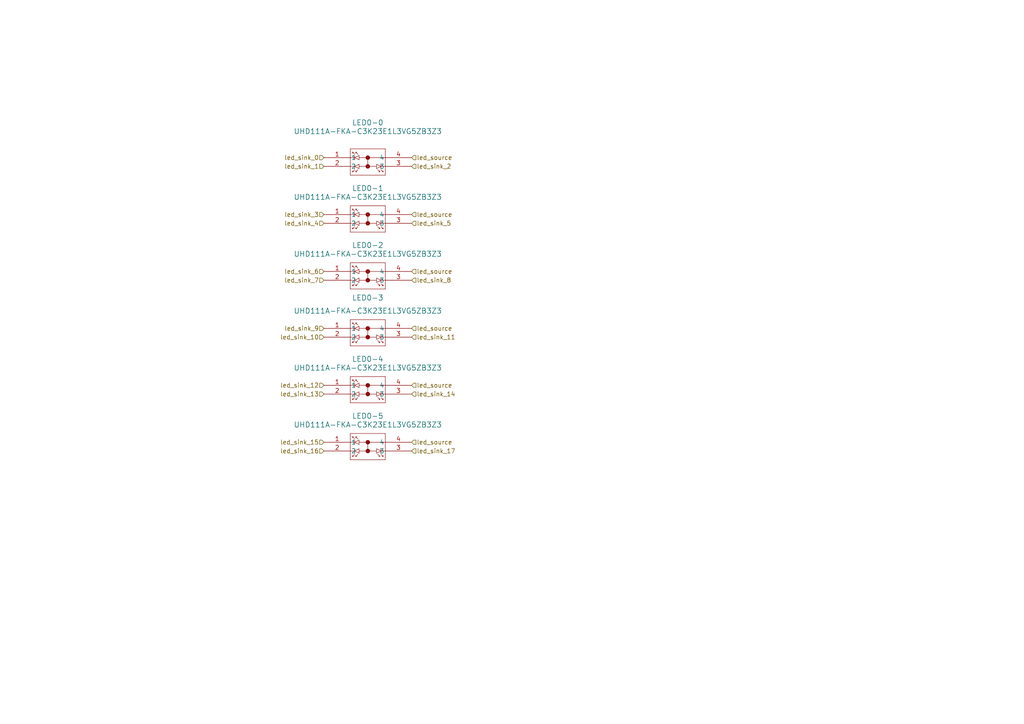
<source format=kicad_sch>
(kicad_sch (version 20230121) (generator eeschema)
  (paper "A4")
  (lib_symbols
    (symbol "rgb_led:UHD111A-FKA-C3K23E1L3VG5ZB3Z3" (pin_names (offset 0.254))
      (property "Reference" "LED" (at 12.7 7.62 0))
      (property "Value" "UHD111A-FKA-C3K23E1L3VG5ZB3Z3" (at 12.7 5.08 0))
      (symbol "UHD111A-FKA-C3K23E1L3VG5ZB3Z3_0_1"
        (polyline (pts (xy 7.62 -5.08) (xy 17.78 -5.08)) (stroke (width 0.127)))
        (polyline (pts (xy 7.62 -2.54) (xy 8.89 -2.54)) (stroke (width 0.127)))
        (polyline (pts (xy 7.62 0) (xy 8.89 0)) (stroke (width 0.127)))
        (polyline (pts (xy 7.62 2.54) (xy 7.62 -5.08)) (stroke (width 0.127)))
        (polyline (pts (xy 8.255 -4.1275) (xy 8.255 -3.81)) (stroke (width 0.127)))
        (polyline (pts (xy 8.255 -4.1275) (xy 8.5725 -4.1275)) (stroke (width 0.127)))
        (polyline (pts (xy 8.255 1.5875) (xy 8.255 1.27)) (stroke (width 0.127)))
        (polyline (pts (xy 8.255 1.5875) (xy 8.5725 1.5875)) (stroke (width 0.127)))
        (polyline (pts (xy 8.89 -3.4925) (xy 8.255 -4.1275)) (stroke (width 0.127)))
        (polyline (pts (xy 8.89 -3.175) (xy 8.89 -1.905)) (stroke (width 0.127)))
        (polyline (pts (xy 8.89 -2.54) (xy 10.16 -1.905)) (stroke (width 0.127)))
        (polyline (pts (xy 8.89 0) (xy 10.16 -0.635)) (stroke (width 0.127)))
        (polyline (pts (xy 8.89 0.635) (xy 8.89 -0.635)) (stroke (width 0.127)))
        (polyline (pts (xy 8.89 0.9525) (xy 8.255 1.5875)) (stroke (width 0.127)))
        (polyline (pts (xy 9.2075 -4.1275) (xy 9.2075 -3.81)) (stroke (width 0.127)))
        (polyline (pts (xy 9.2075 -4.1275) (xy 9.525 -4.1275)) (stroke (width 0.127)))
        (polyline (pts (xy 9.2075 1.5875) (xy 9.2075 1.27)) (stroke (width 0.127)))
        (polyline (pts (xy 9.2075 1.5875) (xy 9.525 1.5875)) (stroke (width 0.127)))
        (polyline (pts (xy 9.8425 -3.4925) (xy 9.2075 -4.1275)) (stroke (width 0.127)))
        (polyline (pts (xy 9.8425 0.9525) (xy 9.2075 1.5875)) (stroke (width 0.127)))
        (polyline (pts (xy 10.16 -3.175) (xy 8.89 -2.54)) (stroke (width 0.127)))
        (polyline (pts (xy 10.16 -2.54) (xy 15.24 -2.54)) (stroke (width 0.127)))
        (polyline (pts (xy 10.16 -1.905) (xy 10.16 -3.175)) (stroke (width 0.127)))
        (polyline (pts (xy 10.16 -0.635) (xy 10.16 0.635)) (stroke (width 0.127)))
        (polyline (pts (xy 10.16 0) (xy 17.78 0)) (stroke (width 0.127)))
        (polyline (pts (xy 10.16 0.635) (xy 8.89 0)) (stroke (width 0.127)))
        (polyline (pts (xy 12.7 0) (xy 12.7 -2.54)) (stroke (width 0.127)))
        (polyline (pts (xy 15.24 -3.175) (xy 16.51 -2.54)) (stroke (width 0.127)))
        (polyline (pts (xy 15.24 -1.905) (xy 15.24 -3.175)) (stroke (width 0.127)))
        (polyline (pts (xy 15.5575 -3.4925) (xy 16.1925 -4.1275)) (stroke (width 0.127)))
        (polyline (pts (xy 16.1925 -4.1275) (xy 15.875 -4.1275)) (stroke (width 0.127)))
        (polyline (pts (xy 16.1925 -4.1275) (xy 16.1925 -3.81)) (stroke (width 0.127)))
        (polyline (pts (xy 16.51 -3.4925) (xy 17.145 -4.1275)) (stroke (width 0.127)))
        (polyline (pts (xy 16.51 -3.175) (xy 16.51 -1.905)) (stroke (width 0.127)))
        (polyline (pts (xy 16.51 -2.54) (xy 15.24 -1.905)) (stroke (width 0.127)))
        (polyline (pts (xy 17.145 -4.1275) (xy 16.8275 -4.1275)) (stroke (width 0.127)))
        (polyline (pts (xy 17.145 -4.1275) (xy 17.145 -3.81)) (stroke (width 0.127)))
        (polyline (pts (xy 17.78 -5.08) (xy 17.78 2.54)) (stroke (width 0.127)))
        (polyline (pts (xy 17.78 -2.54) (xy 16.51 -2.54)) (stroke (width 0.127)))
        (polyline (pts (xy 17.78 2.54) (xy 7.62 2.54)) (stroke (width 0.127)))
        (circle (center 12.7 -2.54) (radius 0.127) (stroke (width 0.508)))
        (circle (center 12.7 0) (radius 0.127) (stroke (width 0.508)))
        (pin unspecified line (at 0 0 0) (length 7.62) (name "1") (number "1"))
        (pin unspecified line (at 0 -2.54 0) (length 7.62) (name "2") (number "2"))
        (pin unspecified line (at 25.4 -2.54 180) (length 7.62) (name "3") (number "3"))
        (pin unspecified line (at 25.4 0 180) (length 7.62) (name "4") (number "4"))
      )
    )
  )
  (hierarchical_label "led_sink_0" (shape input) (at 93.98 45.72 180))
  (hierarchical_label "led_sink_10" (shape input) (at 93.98 97.79 180))
  (hierarchical_label "led_sink_6" (shape input) (at 93.98 78.74 180))
  (hierarchical_label "led_sink_17" (shape input) (at 119.38 130.81 0))
  (hierarchical_label "led_sink_8" (shape input) (at 119.38 81.28 0))
  (hierarchical_label "led_source" (shape input) (at 119.38 128.27 0))
  (hierarchical_label "led_sink_11" (shape input) (at 119.38 97.79 0))
  (hierarchical_label "led_sink_5" (shape input) (at 119.38 64.77 0))
  (hierarchical_label "led_source" (shape input) (at 119.38 111.76 0))
  (hierarchical_label "led_sink_3" (shape input) (at 93.98 62.23 180))
  (hierarchical_label "led_source" (shape input) (at 119.38 95.25 0))
  (hierarchical_label "led_sink_16" (shape input) (at 93.98 130.81 180))
  (hierarchical_label "led_sink_14" (shape input) (at 119.38 114.3 0))
  (hierarchical_label "led_sink_7" (shape input) (at 93.98 81.28 180))
  (hierarchical_label "led_source" (shape input) (at 119.38 45.72 0))
  (hierarchical_label "led_sink_1" (shape input) (at 93.98 48.26 180))
  (hierarchical_label "led_source" (shape input) (at 119.38 62.23 0))
  (hierarchical_label "led_sink_4" (shape input) (at 93.98 64.77 180))
  (hierarchical_label "led_sink_13" (shape input) (at 93.98 114.3 180))
  (hierarchical_label "led_sink_12" (shape input) (at 93.98 111.76 180))
  (hierarchical_label "led_sink_9" (shape input) (at 93.98 95.25 180))
  (hierarchical_label "led_sink_2" (shape input) (at 119.38 48.26 0))
  (hierarchical_label "led_sink_15" (shape input) (at 93.98 128.27 180))
  (hierarchical_label "led_source" (shape input) (at 119.38 78.74 0))
  (symbol (lib_id "rgb_led:UHD111A-FKA-C3K23E1L3VG5ZB3Z3") (at 93.98 128.27 0) (unit 1)
    (property "Reference" "LED0-5" (at 106.68 120.65 0) (effects (font (size 1.524 1.524))))
    (property "Value" "UHD111A-FKA-C3K23E1L3VG5ZB3Z3" (at 106.68 123.19 0) (effects (font (size 1.524 1.524))))
    (property "Footprint" "SMD4_UHD111A-FKA_CRW" (effects hide))
    (property "Datasheet" "UHD111A-FKA-C3K23E1L3VG5ZB3Z3" (effects hide))
    (instances (project "lp5860_eval" (path "" (reference "LED0-5") (unit 1)) (path "" (reference "LED10-5") (unit 1)) (path "" (reference "LED1-5") (unit 1)) (path "" (reference "LED2-5") (unit 1)) (path "" (reference "LED3-5") (unit 1)) (path "" (reference "LED9-5") (unit 1)) (path "" (reference "LED5-5") (unit 1)) (path "" (reference "LED6-5") (unit 1)) (path "" (reference "LED8-5") (unit 1)) (path "" (reference "LED7-5") (unit 1)) (path "" (reference "LED4-5") (unit 1))))
  )
  (symbol (lib_id "rgb_led:UHD111A-FKA-C3K23E1L3VG5ZB3Z3") (at 93.98 95.25 0) (unit 1)
    (property "Reference" "LED0-3" (at 106.68 86.36 0) (effects (font (size 1.524 1.524))))
    (property "Value" "UHD111A-FKA-C3K23E1L3VG5ZB3Z3" (at 106.68 90.17 0) (effects (font (size 1.524 1.524))))
    (property "Footprint" "SMD4_UHD111A-FKA_CRW" (effects hide))
    (property "Datasheet" "UHD111A-FKA-C3K23E1L3VG5ZB3Z3" (effects hide))
    (instances (project "lp5860_eval" (path "" (reference "LED0-3") (unit 1)) (path "" (reference "LED10-3") (unit 1)) (path "" (reference "LED1-3") (unit 1)) (path "" (reference "LED2-3") (unit 1)) (path "" (reference "LED3-3") (unit 1)) (path "" (reference "LED9-3") (unit 1)) (path "" (reference "LED5-3") (unit 1)) (path "" (reference "LED6-3") (unit 1)) (path "" (reference "LED8-3") (unit 1)) (path "" (reference "LED7-3") (unit 1)) (path "" (reference "LED4-3") (unit 1))))
  )
  (symbol (lib_id "rgb_led:UHD111A-FKA-C3K23E1L3VG5ZB3Z3") (at 93.98 45.72 0) (unit 1)
    (property "Reference" "LED0-0" (at 106.68 35.56 0) (effects (font (size 1.524 1.524))))
    (property "Value" "UHD111A-FKA-C3K23E1L3VG5ZB3Z3" (at 106.68 38.1 0) (effects (font (size 1.524 1.524))))
    (property "Footprint" "SMD4_UHD111A-FKA_CRW" (effects hide))
    (property "Datasheet" "UHD111A-FKA-C3K23E1L3VG5ZB3Z3" (effects hide))
    (instances (project "lp5860_eval" (path "" (reference "LED0-0") (unit 1)) (path "" (reference "LED10-0") (unit 1)) (path "" (reference "LED1-0") (unit 1)) (path "" (reference "LED2-0") (unit 1)) (path "" (reference "LED3-0") (unit 1)) (path "" (reference "LED9-0") (unit 1)) (path "" (reference "LED5-0") (unit 1)) (path "" (reference "LED6-0") (unit 1)) (path "" (reference "LED8-0") (unit 1)) (path "" (reference "LED7-0") (unit 1)) (path "" (reference "LED4-0") (unit 1))))
  )
  (symbol (lib_id "rgb_led:UHD111A-FKA-C3K23E1L3VG5ZB3Z3") (at 93.98 111.76 0) (unit 1)
    (property "Reference" "LED0-4" (at 106.68 104.14 0) (effects (font (size 1.524 1.524))))
    (property "Value" "UHD111A-FKA-C3K23E1L3VG5ZB3Z3" (at 106.68 106.68 0) (effects (font (size 1.524 1.524))))
    (property "Footprint" "SMD4_UHD111A-FKA_CRW" (effects hide))
    (property "Datasheet" "UHD111A-FKA-C3K23E1L3VG5ZB3Z3" (effects hide))
    (instances (project "lp5860_eval" (path "" (reference "LED0-4") (unit 1)) (path "" (reference "LED10-4") (unit 1)) (path "" (reference "LED1-4") (unit 1)) (path "" (reference "LED2-4") (unit 1)) (path "" (reference "LED3-4") (unit 1)) (path "" (reference "LED9-4") (unit 1)) (path "" (reference "LED5-4") (unit 1)) (path "" (reference "LED6-4") (unit 1)) (path "" (reference "LED8-4") (unit 1)) (path "" (reference "LED7-4") (unit 1)) (path "" (reference "LED4-4") (unit 1))))
  )
  (symbol (lib_id "rgb_led:UHD111A-FKA-C3K23E1L3VG5ZB3Z3") (at 93.98 78.74 0) (unit 1)
    (property "Reference" "LED0-2" (at 106.68 71.12 0) (effects (font (size 1.524 1.524))))
    (property "Value" "UHD111A-FKA-C3K23E1L3VG5ZB3Z3" (at 106.68 73.66 0) (effects (font (size 1.524 1.524))))
    (property "Footprint" "SMD4_UHD111A-FKA_CRW" (effects hide))
    (property "Datasheet" "UHD111A-FKA-C3K23E1L3VG5ZB3Z3" (effects hide))
    (instances (project "lp5860_eval" (path "" (reference "LED0-2") (unit 1)) (path "" (reference "LED10-2") (unit 1)) (path "" (reference "LED1-2") (unit 1)) (path "" (reference "LED2-2") (unit 1)) (path "" (reference "LED3-2") (unit 1)) (path "" (reference "LED9-2") (unit 1)) (path "" (reference "LED5-2") (unit 1)) (path "" (reference "LED6-2") (unit 1)) (path "" (reference "LED8-2") (unit 1)) (path "" (reference "LED7-2") (unit 1)) (path "" (reference "LED4-2") (unit 1))))
  )
  (symbol (lib_id "rgb_led:UHD111A-FKA-C3K23E1L3VG5ZB3Z3") (at 93.98 62.23 0) (unit 1)
    (property "Reference" "LED0-1" (at 106.68 54.61 0) (effects (font (size 1.524 1.524))))
    (property "Value" "UHD111A-FKA-C3K23E1L3VG5ZB3Z3" (at 106.68 57.15 0) (effects (font (size 1.524 1.524))))
    (property "Footprint" "SMD4_UHD111A-FKA_CRW" (effects hide))
    (property "Datasheet" "UHD111A-FKA-C3K23E1L3VG5ZB3Z3" (effects hide))
    (instances (project "lp5860_eval" (path "" (reference "LED0-1") (unit 1)) (path "" (reference "LED10-1") (unit 1)) (path "" (reference "LED1-1") (unit 1)) (path "" (reference "LED2-1") (unit 1)) (path "" (reference "LED3-1") (unit 1)) (path "" (reference "LED9-1") (unit 1)) (path "" (reference "LED5-1") (unit 1)) (path "" (reference "LED6-1") (unit 1)) (path "" (reference "LED8-1") (unit 1)) (path "" (reference "LED7-1") (unit 1)) (path "" (reference "LED4-1") (unit 1))))
  )
)
</source>
